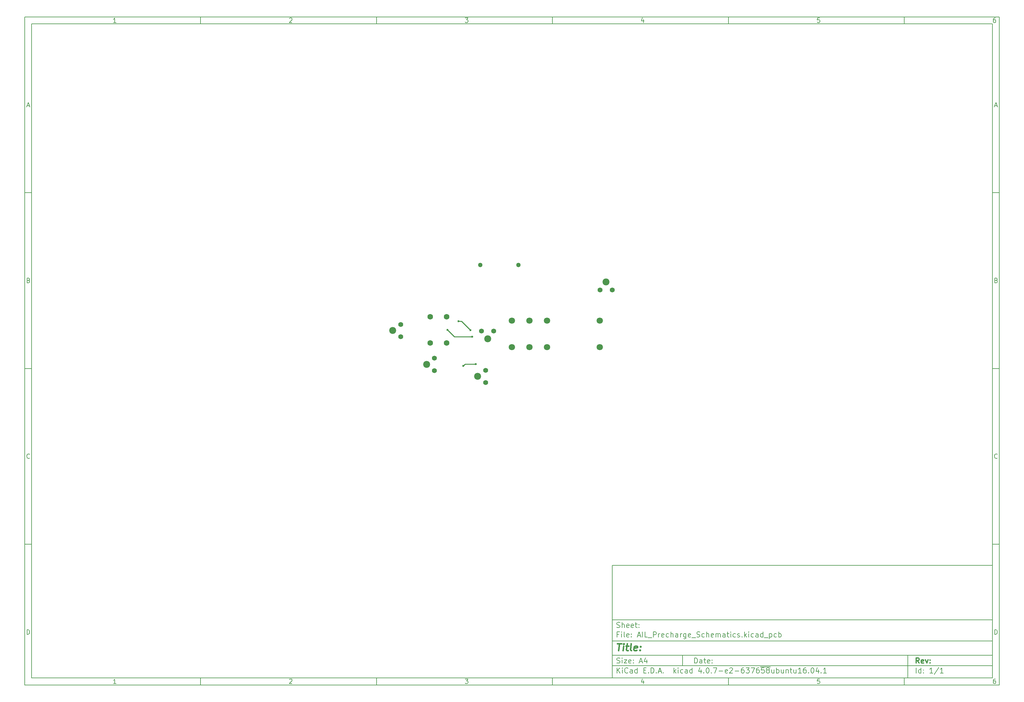
<source format=gbr>
G04 #@! TF.FileFunction,Copper,L2,Bot,Signal*
%FSLAX46Y46*%
G04 Gerber Fmt 4.6, Leading zero omitted, Abs format (unit mm)*
G04 Created by KiCad (PCBNEW 4.0.7-e2-6376~58~ubuntu16.04.1) date Thu Nov  9 22:46:50 2017*
%MOMM*%
%LPD*%
G01*
G04 APERTURE LIST*
%ADD10C,0.100000*%
%ADD11C,0.150000*%
%ADD12C,0.300000*%
%ADD13C,0.400000*%
%ADD14C,1.397000*%
%ADD15C,1.981000*%
%ADD16C,1.600000*%
%ADD17C,1.800000*%
%ADD18C,1.300000*%
%ADD19C,0.600000*%
%ADD20C,0.254000*%
G04 APERTURE END LIST*
D10*
D11*
X177002200Y-166007200D02*
X177002200Y-198007200D01*
X285002200Y-198007200D01*
X285002200Y-166007200D01*
X177002200Y-166007200D01*
D10*
D11*
X10000000Y-10000000D02*
X10000000Y-200007200D01*
X287002200Y-200007200D01*
X287002200Y-10000000D01*
X10000000Y-10000000D01*
D10*
D11*
X12000000Y-12000000D02*
X12000000Y-198007200D01*
X285002200Y-198007200D01*
X285002200Y-12000000D01*
X12000000Y-12000000D01*
D10*
D11*
X60000000Y-12000000D02*
X60000000Y-10000000D01*
D10*
D11*
X110000000Y-12000000D02*
X110000000Y-10000000D01*
D10*
D11*
X160000000Y-12000000D02*
X160000000Y-10000000D01*
D10*
D11*
X210000000Y-12000000D02*
X210000000Y-10000000D01*
D10*
D11*
X260000000Y-12000000D02*
X260000000Y-10000000D01*
D10*
D11*
X35990476Y-11588095D02*
X35247619Y-11588095D01*
X35619048Y-11588095D02*
X35619048Y-10288095D01*
X35495238Y-10473810D01*
X35371429Y-10597619D01*
X35247619Y-10659524D01*
D10*
D11*
X85247619Y-10411905D02*
X85309524Y-10350000D01*
X85433333Y-10288095D01*
X85742857Y-10288095D01*
X85866667Y-10350000D01*
X85928571Y-10411905D01*
X85990476Y-10535714D01*
X85990476Y-10659524D01*
X85928571Y-10845238D01*
X85185714Y-11588095D01*
X85990476Y-11588095D01*
D10*
D11*
X135185714Y-10288095D02*
X135990476Y-10288095D01*
X135557143Y-10783333D01*
X135742857Y-10783333D01*
X135866667Y-10845238D01*
X135928571Y-10907143D01*
X135990476Y-11030952D01*
X135990476Y-11340476D01*
X135928571Y-11464286D01*
X135866667Y-11526190D01*
X135742857Y-11588095D01*
X135371429Y-11588095D01*
X135247619Y-11526190D01*
X135185714Y-11464286D01*
D10*
D11*
X185866667Y-10721429D02*
X185866667Y-11588095D01*
X185557143Y-10226190D02*
X185247619Y-11154762D01*
X186052381Y-11154762D01*
D10*
D11*
X235928571Y-10288095D02*
X235309524Y-10288095D01*
X235247619Y-10907143D01*
X235309524Y-10845238D01*
X235433333Y-10783333D01*
X235742857Y-10783333D01*
X235866667Y-10845238D01*
X235928571Y-10907143D01*
X235990476Y-11030952D01*
X235990476Y-11340476D01*
X235928571Y-11464286D01*
X235866667Y-11526190D01*
X235742857Y-11588095D01*
X235433333Y-11588095D01*
X235309524Y-11526190D01*
X235247619Y-11464286D01*
D10*
D11*
X285866667Y-10288095D02*
X285619048Y-10288095D01*
X285495238Y-10350000D01*
X285433333Y-10411905D01*
X285309524Y-10597619D01*
X285247619Y-10845238D01*
X285247619Y-11340476D01*
X285309524Y-11464286D01*
X285371429Y-11526190D01*
X285495238Y-11588095D01*
X285742857Y-11588095D01*
X285866667Y-11526190D01*
X285928571Y-11464286D01*
X285990476Y-11340476D01*
X285990476Y-11030952D01*
X285928571Y-10907143D01*
X285866667Y-10845238D01*
X285742857Y-10783333D01*
X285495238Y-10783333D01*
X285371429Y-10845238D01*
X285309524Y-10907143D01*
X285247619Y-11030952D01*
D10*
D11*
X60000000Y-198007200D02*
X60000000Y-200007200D01*
D10*
D11*
X110000000Y-198007200D02*
X110000000Y-200007200D01*
D10*
D11*
X160000000Y-198007200D02*
X160000000Y-200007200D01*
D10*
D11*
X210000000Y-198007200D02*
X210000000Y-200007200D01*
D10*
D11*
X260000000Y-198007200D02*
X260000000Y-200007200D01*
D10*
D11*
X35990476Y-199595295D02*
X35247619Y-199595295D01*
X35619048Y-199595295D02*
X35619048Y-198295295D01*
X35495238Y-198481010D01*
X35371429Y-198604819D01*
X35247619Y-198666724D01*
D10*
D11*
X85247619Y-198419105D02*
X85309524Y-198357200D01*
X85433333Y-198295295D01*
X85742857Y-198295295D01*
X85866667Y-198357200D01*
X85928571Y-198419105D01*
X85990476Y-198542914D01*
X85990476Y-198666724D01*
X85928571Y-198852438D01*
X85185714Y-199595295D01*
X85990476Y-199595295D01*
D10*
D11*
X135185714Y-198295295D02*
X135990476Y-198295295D01*
X135557143Y-198790533D01*
X135742857Y-198790533D01*
X135866667Y-198852438D01*
X135928571Y-198914343D01*
X135990476Y-199038152D01*
X135990476Y-199347676D01*
X135928571Y-199471486D01*
X135866667Y-199533390D01*
X135742857Y-199595295D01*
X135371429Y-199595295D01*
X135247619Y-199533390D01*
X135185714Y-199471486D01*
D10*
D11*
X185866667Y-198728629D02*
X185866667Y-199595295D01*
X185557143Y-198233390D02*
X185247619Y-199161962D01*
X186052381Y-199161962D01*
D10*
D11*
X235928571Y-198295295D02*
X235309524Y-198295295D01*
X235247619Y-198914343D01*
X235309524Y-198852438D01*
X235433333Y-198790533D01*
X235742857Y-198790533D01*
X235866667Y-198852438D01*
X235928571Y-198914343D01*
X235990476Y-199038152D01*
X235990476Y-199347676D01*
X235928571Y-199471486D01*
X235866667Y-199533390D01*
X235742857Y-199595295D01*
X235433333Y-199595295D01*
X235309524Y-199533390D01*
X235247619Y-199471486D01*
D10*
D11*
X285866667Y-198295295D02*
X285619048Y-198295295D01*
X285495238Y-198357200D01*
X285433333Y-198419105D01*
X285309524Y-198604819D01*
X285247619Y-198852438D01*
X285247619Y-199347676D01*
X285309524Y-199471486D01*
X285371429Y-199533390D01*
X285495238Y-199595295D01*
X285742857Y-199595295D01*
X285866667Y-199533390D01*
X285928571Y-199471486D01*
X285990476Y-199347676D01*
X285990476Y-199038152D01*
X285928571Y-198914343D01*
X285866667Y-198852438D01*
X285742857Y-198790533D01*
X285495238Y-198790533D01*
X285371429Y-198852438D01*
X285309524Y-198914343D01*
X285247619Y-199038152D01*
D10*
D11*
X10000000Y-60000000D02*
X12000000Y-60000000D01*
D10*
D11*
X10000000Y-110000000D02*
X12000000Y-110000000D01*
D10*
D11*
X10000000Y-160000000D02*
X12000000Y-160000000D01*
D10*
D11*
X10690476Y-35216667D02*
X11309524Y-35216667D01*
X10566667Y-35588095D02*
X11000000Y-34288095D01*
X11433333Y-35588095D01*
D10*
D11*
X11092857Y-84907143D02*
X11278571Y-84969048D01*
X11340476Y-85030952D01*
X11402381Y-85154762D01*
X11402381Y-85340476D01*
X11340476Y-85464286D01*
X11278571Y-85526190D01*
X11154762Y-85588095D01*
X10659524Y-85588095D01*
X10659524Y-84288095D01*
X11092857Y-84288095D01*
X11216667Y-84350000D01*
X11278571Y-84411905D01*
X11340476Y-84535714D01*
X11340476Y-84659524D01*
X11278571Y-84783333D01*
X11216667Y-84845238D01*
X11092857Y-84907143D01*
X10659524Y-84907143D01*
D10*
D11*
X11402381Y-135464286D02*
X11340476Y-135526190D01*
X11154762Y-135588095D01*
X11030952Y-135588095D01*
X10845238Y-135526190D01*
X10721429Y-135402381D01*
X10659524Y-135278571D01*
X10597619Y-135030952D01*
X10597619Y-134845238D01*
X10659524Y-134597619D01*
X10721429Y-134473810D01*
X10845238Y-134350000D01*
X11030952Y-134288095D01*
X11154762Y-134288095D01*
X11340476Y-134350000D01*
X11402381Y-134411905D01*
D10*
D11*
X10659524Y-185588095D02*
X10659524Y-184288095D01*
X10969048Y-184288095D01*
X11154762Y-184350000D01*
X11278571Y-184473810D01*
X11340476Y-184597619D01*
X11402381Y-184845238D01*
X11402381Y-185030952D01*
X11340476Y-185278571D01*
X11278571Y-185402381D01*
X11154762Y-185526190D01*
X10969048Y-185588095D01*
X10659524Y-185588095D01*
D10*
D11*
X287002200Y-60000000D02*
X285002200Y-60000000D01*
D10*
D11*
X287002200Y-110000000D02*
X285002200Y-110000000D01*
D10*
D11*
X287002200Y-160000000D02*
X285002200Y-160000000D01*
D10*
D11*
X285692676Y-35216667D02*
X286311724Y-35216667D01*
X285568867Y-35588095D02*
X286002200Y-34288095D01*
X286435533Y-35588095D01*
D10*
D11*
X286095057Y-84907143D02*
X286280771Y-84969048D01*
X286342676Y-85030952D01*
X286404581Y-85154762D01*
X286404581Y-85340476D01*
X286342676Y-85464286D01*
X286280771Y-85526190D01*
X286156962Y-85588095D01*
X285661724Y-85588095D01*
X285661724Y-84288095D01*
X286095057Y-84288095D01*
X286218867Y-84350000D01*
X286280771Y-84411905D01*
X286342676Y-84535714D01*
X286342676Y-84659524D01*
X286280771Y-84783333D01*
X286218867Y-84845238D01*
X286095057Y-84907143D01*
X285661724Y-84907143D01*
D10*
D11*
X286404581Y-135464286D02*
X286342676Y-135526190D01*
X286156962Y-135588095D01*
X286033152Y-135588095D01*
X285847438Y-135526190D01*
X285723629Y-135402381D01*
X285661724Y-135278571D01*
X285599819Y-135030952D01*
X285599819Y-134845238D01*
X285661724Y-134597619D01*
X285723629Y-134473810D01*
X285847438Y-134350000D01*
X286033152Y-134288095D01*
X286156962Y-134288095D01*
X286342676Y-134350000D01*
X286404581Y-134411905D01*
D10*
D11*
X285661724Y-185588095D02*
X285661724Y-184288095D01*
X285971248Y-184288095D01*
X286156962Y-184350000D01*
X286280771Y-184473810D01*
X286342676Y-184597619D01*
X286404581Y-184845238D01*
X286404581Y-185030952D01*
X286342676Y-185278571D01*
X286280771Y-185402381D01*
X286156962Y-185526190D01*
X285971248Y-185588095D01*
X285661724Y-185588095D01*
D10*
D11*
X200359343Y-193785771D02*
X200359343Y-192285771D01*
X200716486Y-192285771D01*
X200930771Y-192357200D01*
X201073629Y-192500057D01*
X201145057Y-192642914D01*
X201216486Y-192928629D01*
X201216486Y-193142914D01*
X201145057Y-193428629D01*
X201073629Y-193571486D01*
X200930771Y-193714343D01*
X200716486Y-193785771D01*
X200359343Y-193785771D01*
X202502200Y-193785771D02*
X202502200Y-193000057D01*
X202430771Y-192857200D01*
X202287914Y-192785771D01*
X202002200Y-192785771D01*
X201859343Y-192857200D01*
X202502200Y-193714343D02*
X202359343Y-193785771D01*
X202002200Y-193785771D01*
X201859343Y-193714343D01*
X201787914Y-193571486D01*
X201787914Y-193428629D01*
X201859343Y-193285771D01*
X202002200Y-193214343D01*
X202359343Y-193214343D01*
X202502200Y-193142914D01*
X203002200Y-192785771D02*
X203573629Y-192785771D01*
X203216486Y-192285771D02*
X203216486Y-193571486D01*
X203287914Y-193714343D01*
X203430772Y-193785771D01*
X203573629Y-193785771D01*
X204645057Y-193714343D02*
X204502200Y-193785771D01*
X204216486Y-193785771D01*
X204073629Y-193714343D01*
X204002200Y-193571486D01*
X204002200Y-193000057D01*
X204073629Y-192857200D01*
X204216486Y-192785771D01*
X204502200Y-192785771D01*
X204645057Y-192857200D01*
X204716486Y-193000057D01*
X204716486Y-193142914D01*
X204002200Y-193285771D01*
X205359343Y-193642914D02*
X205430771Y-193714343D01*
X205359343Y-193785771D01*
X205287914Y-193714343D01*
X205359343Y-193642914D01*
X205359343Y-193785771D01*
X205359343Y-192857200D02*
X205430771Y-192928629D01*
X205359343Y-193000057D01*
X205287914Y-192928629D01*
X205359343Y-192857200D01*
X205359343Y-193000057D01*
D10*
D11*
X177002200Y-194507200D02*
X285002200Y-194507200D01*
D10*
D11*
X178359343Y-196585771D02*
X178359343Y-195085771D01*
X179216486Y-196585771D02*
X178573629Y-195728629D01*
X179216486Y-195085771D02*
X178359343Y-195942914D01*
X179859343Y-196585771D02*
X179859343Y-195585771D01*
X179859343Y-195085771D02*
X179787914Y-195157200D01*
X179859343Y-195228629D01*
X179930771Y-195157200D01*
X179859343Y-195085771D01*
X179859343Y-195228629D01*
X181430772Y-196442914D02*
X181359343Y-196514343D01*
X181145057Y-196585771D01*
X181002200Y-196585771D01*
X180787915Y-196514343D01*
X180645057Y-196371486D01*
X180573629Y-196228629D01*
X180502200Y-195942914D01*
X180502200Y-195728629D01*
X180573629Y-195442914D01*
X180645057Y-195300057D01*
X180787915Y-195157200D01*
X181002200Y-195085771D01*
X181145057Y-195085771D01*
X181359343Y-195157200D01*
X181430772Y-195228629D01*
X182716486Y-196585771D02*
X182716486Y-195800057D01*
X182645057Y-195657200D01*
X182502200Y-195585771D01*
X182216486Y-195585771D01*
X182073629Y-195657200D01*
X182716486Y-196514343D02*
X182573629Y-196585771D01*
X182216486Y-196585771D01*
X182073629Y-196514343D01*
X182002200Y-196371486D01*
X182002200Y-196228629D01*
X182073629Y-196085771D01*
X182216486Y-196014343D01*
X182573629Y-196014343D01*
X182716486Y-195942914D01*
X184073629Y-196585771D02*
X184073629Y-195085771D01*
X184073629Y-196514343D02*
X183930772Y-196585771D01*
X183645058Y-196585771D01*
X183502200Y-196514343D01*
X183430772Y-196442914D01*
X183359343Y-196300057D01*
X183359343Y-195871486D01*
X183430772Y-195728629D01*
X183502200Y-195657200D01*
X183645058Y-195585771D01*
X183930772Y-195585771D01*
X184073629Y-195657200D01*
X185930772Y-195800057D02*
X186430772Y-195800057D01*
X186645058Y-196585771D02*
X185930772Y-196585771D01*
X185930772Y-195085771D01*
X186645058Y-195085771D01*
X187287915Y-196442914D02*
X187359343Y-196514343D01*
X187287915Y-196585771D01*
X187216486Y-196514343D01*
X187287915Y-196442914D01*
X187287915Y-196585771D01*
X188002201Y-196585771D02*
X188002201Y-195085771D01*
X188359344Y-195085771D01*
X188573629Y-195157200D01*
X188716487Y-195300057D01*
X188787915Y-195442914D01*
X188859344Y-195728629D01*
X188859344Y-195942914D01*
X188787915Y-196228629D01*
X188716487Y-196371486D01*
X188573629Y-196514343D01*
X188359344Y-196585771D01*
X188002201Y-196585771D01*
X189502201Y-196442914D02*
X189573629Y-196514343D01*
X189502201Y-196585771D01*
X189430772Y-196514343D01*
X189502201Y-196442914D01*
X189502201Y-196585771D01*
X190145058Y-196157200D02*
X190859344Y-196157200D01*
X190002201Y-196585771D02*
X190502201Y-195085771D01*
X191002201Y-196585771D01*
X191502201Y-196442914D02*
X191573629Y-196514343D01*
X191502201Y-196585771D01*
X191430772Y-196514343D01*
X191502201Y-196442914D01*
X191502201Y-196585771D01*
X194502201Y-196585771D02*
X194502201Y-195085771D01*
X194645058Y-196014343D02*
X195073629Y-196585771D01*
X195073629Y-195585771D02*
X194502201Y-196157200D01*
X195716487Y-196585771D02*
X195716487Y-195585771D01*
X195716487Y-195085771D02*
X195645058Y-195157200D01*
X195716487Y-195228629D01*
X195787915Y-195157200D01*
X195716487Y-195085771D01*
X195716487Y-195228629D01*
X197073630Y-196514343D02*
X196930773Y-196585771D01*
X196645059Y-196585771D01*
X196502201Y-196514343D01*
X196430773Y-196442914D01*
X196359344Y-196300057D01*
X196359344Y-195871486D01*
X196430773Y-195728629D01*
X196502201Y-195657200D01*
X196645059Y-195585771D01*
X196930773Y-195585771D01*
X197073630Y-195657200D01*
X198359344Y-196585771D02*
X198359344Y-195800057D01*
X198287915Y-195657200D01*
X198145058Y-195585771D01*
X197859344Y-195585771D01*
X197716487Y-195657200D01*
X198359344Y-196514343D02*
X198216487Y-196585771D01*
X197859344Y-196585771D01*
X197716487Y-196514343D01*
X197645058Y-196371486D01*
X197645058Y-196228629D01*
X197716487Y-196085771D01*
X197859344Y-196014343D01*
X198216487Y-196014343D01*
X198359344Y-195942914D01*
X199716487Y-196585771D02*
X199716487Y-195085771D01*
X199716487Y-196514343D02*
X199573630Y-196585771D01*
X199287916Y-196585771D01*
X199145058Y-196514343D01*
X199073630Y-196442914D01*
X199002201Y-196300057D01*
X199002201Y-195871486D01*
X199073630Y-195728629D01*
X199145058Y-195657200D01*
X199287916Y-195585771D01*
X199573630Y-195585771D01*
X199716487Y-195657200D01*
X202216487Y-195585771D02*
X202216487Y-196585771D01*
X201859344Y-195014343D02*
X201502201Y-196085771D01*
X202430773Y-196085771D01*
X203002201Y-196442914D02*
X203073629Y-196514343D01*
X203002201Y-196585771D01*
X202930772Y-196514343D01*
X203002201Y-196442914D01*
X203002201Y-196585771D01*
X204002201Y-195085771D02*
X204145058Y-195085771D01*
X204287915Y-195157200D01*
X204359344Y-195228629D01*
X204430773Y-195371486D01*
X204502201Y-195657200D01*
X204502201Y-196014343D01*
X204430773Y-196300057D01*
X204359344Y-196442914D01*
X204287915Y-196514343D01*
X204145058Y-196585771D01*
X204002201Y-196585771D01*
X203859344Y-196514343D01*
X203787915Y-196442914D01*
X203716487Y-196300057D01*
X203645058Y-196014343D01*
X203645058Y-195657200D01*
X203716487Y-195371486D01*
X203787915Y-195228629D01*
X203859344Y-195157200D01*
X204002201Y-195085771D01*
X205145058Y-196442914D02*
X205216486Y-196514343D01*
X205145058Y-196585771D01*
X205073629Y-196514343D01*
X205145058Y-196442914D01*
X205145058Y-196585771D01*
X205716487Y-195085771D02*
X206716487Y-195085771D01*
X206073630Y-196585771D01*
X207287915Y-196014343D02*
X208430772Y-196014343D01*
X209716486Y-196514343D02*
X209573629Y-196585771D01*
X209287915Y-196585771D01*
X209145058Y-196514343D01*
X209073629Y-196371486D01*
X209073629Y-195800057D01*
X209145058Y-195657200D01*
X209287915Y-195585771D01*
X209573629Y-195585771D01*
X209716486Y-195657200D01*
X209787915Y-195800057D01*
X209787915Y-195942914D01*
X209073629Y-196085771D01*
X210359343Y-195228629D02*
X210430772Y-195157200D01*
X210573629Y-195085771D01*
X210930772Y-195085771D01*
X211073629Y-195157200D01*
X211145058Y-195228629D01*
X211216486Y-195371486D01*
X211216486Y-195514343D01*
X211145058Y-195728629D01*
X210287915Y-196585771D01*
X211216486Y-196585771D01*
X211859343Y-196014343D02*
X213002200Y-196014343D01*
X214359343Y-195085771D02*
X214073629Y-195085771D01*
X213930772Y-195157200D01*
X213859343Y-195228629D01*
X213716486Y-195442914D01*
X213645057Y-195728629D01*
X213645057Y-196300057D01*
X213716486Y-196442914D01*
X213787914Y-196514343D01*
X213930772Y-196585771D01*
X214216486Y-196585771D01*
X214359343Y-196514343D01*
X214430772Y-196442914D01*
X214502200Y-196300057D01*
X214502200Y-195942914D01*
X214430772Y-195800057D01*
X214359343Y-195728629D01*
X214216486Y-195657200D01*
X213930772Y-195657200D01*
X213787914Y-195728629D01*
X213716486Y-195800057D01*
X213645057Y-195942914D01*
X215002200Y-195085771D02*
X215930771Y-195085771D01*
X215430771Y-195657200D01*
X215645057Y-195657200D01*
X215787914Y-195728629D01*
X215859343Y-195800057D01*
X215930771Y-195942914D01*
X215930771Y-196300057D01*
X215859343Y-196442914D01*
X215787914Y-196514343D01*
X215645057Y-196585771D01*
X215216485Y-196585771D01*
X215073628Y-196514343D01*
X215002200Y-196442914D01*
X216430771Y-195085771D02*
X217430771Y-195085771D01*
X216787914Y-196585771D01*
X218645056Y-195085771D02*
X218359342Y-195085771D01*
X218216485Y-195157200D01*
X218145056Y-195228629D01*
X218002199Y-195442914D01*
X217930770Y-195728629D01*
X217930770Y-196300057D01*
X218002199Y-196442914D01*
X218073627Y-196514343D01*
X218216485Y-196585771D01*
X218502199Y-196585771D01*
X218645056Y-196514343D01*
X218716485Y-196442914D01*
X218787913Y-196300057D01*
X218787913Y-195942914D01*
X218716485Y-195800057D01*
X218645056Y-195728629D01*
X218502199Y-195657200D01*
X218216485Y-195657200D01*
X218073627Y-195728629D01*
X218002199Y-195800057D01*
X217930770Y-195942914D01*
X220145056Y-195085771D02*
X219430770Y-195085771D01*
X219359341Y-195800057D01*
X219430770Y-195728629D01*
X219573627Y-195657200D01*
X219930770Y-195657200D01*
X220073627Y-195728629D01*
X220145056Y-195800057D01*
X220216484Y-195942914D01*
X220216484Y-196300057D01*
X220145056Y-196442914D01*
X220073627Y-196514343D01*
X219930770Y-196585771D01*
X219573627Y-196585771D01*
X219430770Y-196514343D01*
X219359341Y-196442914D01*
X221073627Y-195728629D02*
X220930769Y-195657200D01*
X220859341Y-195585771D01*
X220787912Y-195442914D01*
X220787912Y-195371486D01*
X220859341Y-195228629D01*
X220930769Y-195157200D01*
X221073627Y-195085771D01*
X221359341Y-195085771D01*
X221502198Y-195157200D01*
X221573627Y-195228629D01*
X221645055Y-195371486D01*
X221645055Y-195442914D01*
X221573627Y-195585771D01*
X221502198Y-195657200D01*
X221359341Y-195728629D01*
X221073627Y-195728629D01*
X220930769Y-195800057D01*
X220859341Y-195871486D01*
X220787912Y-196014343D01*
X220787912Y-196300057D01*
X220859341Y-196442914D01*
X220930769Y-196514343D01*
X221073627Y-196585771D01*
X221359341Y-196585771D01*
X221502198Y-196514343D01*
X221573627Y-196442914D01*
X221645055Y-196300057D01*
X221645055Y-196014343D01*
X221573627Y-195871486D01*
X221502198Y-195800057D01*
X221359341Y-195728629D01*
X219073627Y-194827200D02*
X221930769Y-194827200D01*
X222930769Y-195585771D02*
X222930769Y-196585771D01*
X222287912Y-195585771D02*
X222287912Y-196371486D01*
X222359340Y-196514343D01*
X222502198Y-196585771D01*
X222716483Y-196585771D01*
X222859340Y-196514343D01*
X222930769Y-196442914D01*
X223645055Y-196585771D02*
X223645055Y-195085771D01*
X223645055Y-195657200D02*
X223787912Y-195585771D01*
X224073626Y-195585771D01*
X224216483Y-195657200D01*
X224287912Y-195728629D01*
X224359341Y-195871486D01*
X224359341Y-196300057D01*
X224287912Y-196442914D01*
X224216483Y-196514343D01*
X224073626Y-196585771D01*
X223787912Y-196585771D01*
X223645055Y-196514343D01*
X225645055Y-195585771D02*
X225645055Y-196585771D01*
X225002198Y-195585771D02*
X225002198Y-196371486D01*
X225073626Y-196514343D01*
X225216484Y-196585771D01*
X225430769Y-196585771D01*
X225573626Y-196514343D01*
X225645055Y-196442914D01*
X226359341Y-195585771D02*
X226359341Y-196585771D01*
X226359341Y-195728629D02*
X226430769Y-195657200D01*
X226573627Y-195585771D01*
X226787912Y-195585771D01*
X226930769Y-195657200D01*
X227002198Y-195800057D01*
X227002198Y-196585771D01*
X227502198Y-195585771D02*
X228073627Y-195585771D01*
X227716484Y-195085771D02*
X227716484Y-196371486D01*
X227787912Y-196514343D01*
X227930770Y-196585771D01*
X228073627Y-196585771D01*
X229216484Y-195585771D02*
X229216484Y-196585771D01*
X228573627Y-195585771D02*
X228573627Y-196371486D01*
X228645055Y-196514343D01*
X228787913Y-196585771D01*
X229002198Y-196585771D01*
X229145055Y-196514343D01*
X229216484Y-196442914D01*
X230716484Y-196585771D02*
X229859341Y-196585771D01*
X230287913Y-196585771D02*
X230287913Y-195085771D01*
X230145056Y-195300057D01*
X230002198Y-195442914D01*
X229859341Y-195514343D01*
X232002198Y-195085771D02*
X231716484Y-195085771D01*
X231573627Y-195157200D01*
X231502198Y-195228629D01*
X231359341Y-195442914D01*
X231287912Y-195728629D01*
X231287912Y-196300057D01*
X231359341Y-196442914D01*
X231430769Y-196514343D01*
X231573627Y-196585771D01*
X231859341Y-196585771D01*
X232002198Y-196514343D01*
X232073627Y-196442914D01*
X232145055Y-196300057D01*
X232145055Y-195942914D01*
X232073627Y-195800057D01*
X232002198Y-195728629D01*
X231859341Y-195657200D01*
X231573627Y-195657200D01*
X231430769Y-195728629D01*
X231359341Y-195800057D01*
X231287912Y-195942914D01*
X232787912Y-196442914D02*
X232859340Y-196514343D01*
X232787912Y-196585771D01*
X232716483Y-196514343D01*
X232787912Y-196442914D01*
X232787912Y-196585771D01*
X233787912Y-195085771D02*
X233930769Y-195085771D01*
X234073626Y-195157200D01*
X234145055Y-195228629D01*
X234216484Y-195371486D01*
X234287912Y-195657200D01*
X234287912Y-196014343D01*
X234216484Y-196300057D01*
X234145055Y-196442914D01*
X234073626Y-196514343D01*
X233930769Y-196585771D01*
X233787912Y-196585771D01*
X233645055Y-196514343D01*
X233573626Y-196442914D01*
X233502198Y-196300057D01*
X233430769Y-196014343D01*
X233430769Y-195657200D01*
X233502198Y-195371486D01*
X233573626Y-195228629D01*
X233645055Y-195157200D01*
X233787912Y-195085771D01*
X235573626Y-195585771D02*
X235573626Y-196585771D01*
X235216483Y-195014343D02*
X234859340Y-196085771D01*
X235787912Y-196085771D01*
X236359340Y-196442914D02*
X236430768Y-196514343D01*
X236359340Y-196585771D01*
X236287911Y-196514343D01*
X236359340Y-196442914D01*
X236359340Y-196585771D01*
X237859340Y-196585771D02*
X237002197Y-196585771D01*
X237430769Y-196585771D02*
X237430769Y-195085771D01*
X237287912Y-195300057D01*
X237145054Y-195442914D01*
X237002197Y-195514343D01*
D10*
D11*
X177002200Y-191507200D02*
X285002200Y-191507200D01*
D10*
D12*
X264216486Y-193785771D02*
X263716486Y-193071486D01*
X263359343Y-193785771D02*
X263359343Y-192285771D01*
X263930771Y-192285771D01*
X264073629Y-192357200D01*
X264145057Y-192428629D01*
X264216486Y-192571486D01*
X264216486Y-192785771D01*
X264145057Y-192928629D01*
X264073629Y-193000057D01*
X263930771Y-193071486D01*
X263359343Y-193071486D01*
X265430771Y-193714343D02*
X265287914Y-193785771D01*
X265002200Y-193785771D01*
X264859343Y-193714343D01*
X264787914Y-193571486D01*
X264787914Y-193000057D01*
X264859343Y-192857200D01*
X265002200Y-192785771D01*
X265287914Y-192785771D01*
X265430771Y-192857200D01*
X265502200Y-193000057D01*
X265502200Y-193142914D01*
X264787914Y-193285771D01*
X266002200Y-192785771D02*
X266359343Y-193785771D01*
X266716485Y-192785771D01*
X267287914Y-193642914D02*
X267359342Y-193714343D01*
X267287914Y-193785771D01*
X267216485Y-193714343D01*
X267287914Y-193642914D01*
X267287914Y-193785771D01*
X267287914Y-192857200D02*
X267359342Y-192928629D01*
X267287914Y-193000057D01*
X267216485Y-192928629D01*
X267287914Y-192857200D01*
X267287914Y-193000057D01*
D10*
D11*
X178287914Y-193714343D02*
X178502200Y-193785771D01*
X178859343Y-193785771D01*
X179002200Y-193714343D01*
X179073629Y-193642914D01*
X179145057Y-193500057D01*
X179145057Y-193357200D01*
X179073629Y-193214343D01*
X179002200Y-193142914D01*
X178859343Y-193071486D01*
X178573629Y-193000057D01*
X178430771Y-192928629D01*
X178359343Y-192857200D01*
X178287914Y-192714343D01*
X178287914Y-192571486D01*
X178359343Y-192428629D01*
X178430771Y-192357200D01*
X178573629Y-192285771D01*
X178930771Y-192285771D01*
X179145057Y-192357200D01*
X179787914Y-193785771D02*
X179787914Y-192785771D01*
X179787914Y-192285771D02*
X179716485Y-192357200D01*
X179787914Y-192428629D01*
X179859342Y-192357200D01*
X179787914Y-192285771D01*
X179787914Y-192428629D01*
X180359343Y-192785771D02*
X181145057Y-192785771D01*
X180359343Y-193785771D01*
X181145057Y-193785771D01*
X182287914Y-193714343D02*
X182145057Y-193785771D01*
X181859343Y-193785771D01*
X181716486Y-193714343D01*
X181645057Y-193571486D01*
X181645057Y-193000057D01*
X181716486Y-192857200D01*
X181859343Y-192785771D01*
X182145057Y-192785771D01*
X182287914Y-192857200D01*
X182359343Y-193000057D01*
X182359343Y-193142914D01*
X181645057Y-193285771D01*
X183002200Y-193642914D02*
X183073628Y-193714343D01*
X183002200Y-193785771D01*
X182930771Y-193714343D01*
X183002200Y-193642914D01*
X183002200Y-193785771D01*
X183002200Y-192857200D02*
X183073628Y-192928629D01*
X183002200Y-193000057D01*
X182930771Y-192928629D01*
X183002200Y-192857200D01*
X183002200Y-193000057D01*
X184787914Y-193357200D02*
X185502200Y-193357200D01*
X184645057Y-193785771D02*
X185145057Y-192285771D01*
X185645057Y-193785771D01*
X186787914Y-192785771D02*
X186787914Y-193785771D01*
X186430771Y-192214343D02*
X186073628Y-193285771D01*
X187002200Y-193285771D01*
D10*
D11*
X263359343Y-196585771D02*
X263359343Y-195085771D01*
X264716486Y-196585771D02*
X264716486Y-195085771D01*
X264716486Y-196514343D02*
X264573629Y-196585771D01*
X264287915Y-196585771D01*
X264145057Y-196514343D01*
X264073629Y-196442914D01*
X264002200Y-196300057D01*
X264002200Y-195871486D01*
X264073629Y-195728629D01*
X264145057Y-195657200D01*
X264287915Y-195585771D01*
X264573629Y-195585771D01*
X264716486Y-195657200D01*
X265430772Y-196442914D02*
X265502200Y-196514343D01*
X265430772Y-196585771D01*
X265359343Y-196514343D01*
X265430772Y-196442914D01*
X265430772Y-196585771D01*
X265430772Y-195657200D02*
X265502200Y-195728629D01*
X265430772Y-195800057D01*
X265359343Y-195728629D01*
X265430772Y-195657200D01*
X265430772Y-195800057D01*
X268073629Y-196585771D02*
X267216486Y-196585771D01*
X267645058Y-196585771D02*
X267645058Y-195085771D01*
X267502201Y-195300057D01*
X267359343Y-195442914D01*
X267216486Y-195514343D01*
X269787914Y-195014343D02*
X268502200Y-196942914D01*
X271073629Y-196585771D02*
X270216486Y-196585771D01*
X270645058Y-196585771D02*
X270645058Y-195085771D01*
X270502201Y-195300057D01*
X270359343Y-195442914D01*
X270216486Y-195514343D01*
D10*
D11*
X177002200Y-187507200D02*
X285002200Y-187507200D01*
D10*
D13*
X178454581Y-188211962D02*
X179597438Y-188211962D01*
X178776010Y-190211962D02*
X179026010Y-188211962D01*
X180014105Y-190211962D02*
X180180771Y-188878629D01*
X180264105Y-188211962D02*
X180156962Y-188307200D01*
X180240295Y-188402438D01*
X180347439Y-188307200D01*
X180264105Y-188211962D01*
X180240295Y-188402438D01*
X180847438Y-188878629D02*
X181609343Y-188878629D01*
X181216486Y-188211962D02*
X181002200Y-189926248D01*
X181073630Y-190116724D01*
X181252201Y-190211962D01*
X181442677Y-190211962D01*
X182395058Y-190211962D02*
X182216487Y-190116724D01*
X182145057Y-189926248D01*
X182359343Y-188211962D01*
X183930772Y-190116724D02*
X183728391Y-190211962D01*
X183347439Y-190211962D01*
X183168867Y-190116724D01*
X183097438Y-189926248D01*
X183192676Y-189164343D01*
X183311724Y-188973867D01*
X183514105Y-188878629D01*
X183895057Y-188878629D01*
X184073629Y-188973867D01*
X184145057Y-189164343D01*
X184121248Y-189354819D01*
X183145057Y-189545295D01*
X184895057Y-190021486D02*
X184978392Y-190116724D01*
X184871248Y-190211962D01*
X184787915Y-190116724D01*
X184895057Y-190021486D01*
X184871248Y-190211962D01*
X185026010Y-188973867D02*
X185109344Y-189069105D01*
X185002200Y-189164343D01*
X184918867Y-189069105D01*
X185026010Y-188973867D01*
X185002200Y-189164343D01*
D10*
D11*
X178859343Y-185600057D02*
X178359343Y-185600057D01*
X178359343Y-186385771D02*
X178359343Y-184885771D01*
X179073629Y-184885771D01*
X179645057Y-186385771D02*
X179645057Y-185385771D01*
X179645057Y-184885771D02*
X179573628Y-184957200D01*
X179645057Y-185028629D01*
X179716485Y-184957200D01*
X179645057Y-184885771D01*
X179645057Y-185028629D01*
X180573629Y-186385771D02*
X180430771Y-186314343D01*
X180359343Y-186171486D01*
X180359343Y-184885771D01*
X181716485Y-186314343D02*
X181573628Y-186385771D01*
X181287914Y-186385771D01*
X181145057Y-186314343D01*
X181073628Y-186171486D01*
X181073628Y-185600057D01*
X181145057Y-185457200D01*
X181287914Y-185385771D01*
X181573628Y-185385771D01*
X181716485Y-185457200D01*
X181787914Y-185600057D01*
X181787914Y-185742914D01*
X181073628Y-185885771D01*
X182430771Y-186242914D02*
X182502199Y-186314343D01*
X182430771Y-186385771D01*
X182359342Y-186314343D01*
X182430771Y-186242914D01*
X182430771Y-186385771D01*
X182430771Y-185457200D02*
X182502199Y-185528629D01*
X182430771Y-185600057D01*
X182359342Y-185528629D01*
X182430771Y-185457200D01*
X182430771Y-185600057D01*
X184216485Y-185957200D02*
X184930771Y-185957200D01*
X184073628Y-186385771D02*
X184573628Y-184885771D01*
X185073628Y-186385771D01*
X185573628Y-186385771D02*
X185573628Y-184885771D01*
X187002200Y-186385771D02*
X186287914Y-186385771D01*
X186287914Y-184885771D01*
X187145057Y-186528629D02*
X188287914Y-186528629D01*
X188645057Y-186385771D02*
X188645057Y-184885771D01*
X189216485Y-184885771D01*
X189359343Y-184957200D01*
X189430771Y-185028629D01*
X189502200Y-185171486D01*
X189502200Y-185385771D01*
X189430771Y-185528629D01*
X189359343Y-185600057D01*
X189216485Y-185671486D01*
X188645057Y-185671486D01*
X190145057Y-186385771D02*
X190145057Y-185385771D01*
X190145057Y-185671486D02*
X190216485Y-185528629D01*
X190287914Y-185457200D01*
X190430771Y-185385771D01*
X190573628Y-185385771D01*
X191645056Y-186314343D02*
X191502199Y-186385771D01*
X191216485Y-186385771D01*
X191073628Y-186314343D01*
X191002199Y-186171486D01*
X191002199Y-185600057D01*
X191073628Y-185457200D01*
X191216485Y-185385771D01*
X191502199Y-185385771D01*
X191645056Y-185457200D01*
X191716485Y-185600057D01*
X191716485Y-185742914D01*
X191002199Y-185885771D01*
X193002199Y-186314343D02*
X192859342Y-186385771D01*
X192573628Y-186385771D01*
X192430770Y-186314343D01*
X192359342Y-186242914D01*
X192287913Y-186100057D01*
X192287913Y-185671486D01*
X192359342Y-185528629D01*
X192430770Y-185457200D01*
X192573628Y-185385771D01*
X192859342Y-185385771D01*
X193002199Y-185457200D01*
X193645056Y-186385771D02*
X193645056Y-184885771D01*
X194287913Y-186385771D02*
X194287913Y-185600057D01*
X194216484Y-185457200D01*
X194073627Y-185385771D01*
X193859342Y-185385771D01*
X193716484Y-185457200D01*
X193645056Y-185528629D01*
X195645056Y-186385771D02*
X195645056Y-185600057D01*
X195573627Y-185457200D01*
X195430770Y-185385771D01*
X195145056Y-185385771D01*
X195002199Y-185457200D01*
X195645056Y-186314343D02*
X195502199Y-186385771D01*
X195145056Y-186385771D01*
X195002199Y-186314343D01*
X194930770Y-186171486D01*
X194930770Y-186028629D01*
X195002199Y-185885771D01*
X195145056Y-185814343D01*
X195502199Y-185814343D01*
X195645056Y-185742914D01*
X196359342Y-186385771D02*
X196359342Y-185385771D01*
X196359342Y-185671486D02*
X196430770Y-185528629D01*
X196502199Y-185457200D01*
X196645056Y-185385771D01*
X196787913Y-185385771D01*
X197930770Y-185385771D02*
X197930770Y-186600057D01*
X197859341Y-186742914D01*
X197787913Y-186814343D01*
X197645056Y-186885771D01*
X197430770Y-186885771D01*
X197287913Y-186814343D01*
X197930770Y-186314343D02*
X197787913Y-186385771D01*
X197502199Y-186385771D01*
X197359341Y-186314343D01*
X197287913Y-186242914D01*
X197216484Y-186100057D01*
X197216484Y-185671486D01*
X197287913Y-185528629D01*
X197359341Y-185457200D01*
X197502199Y-185385771D01*
X197787913Y-185385771D01*
X197930770Y-185457200D01*
X199216484Y-186314343D02*
X199073627Y-186385771D01*
X198787913Y-186385771D01*
X198645056Y-186314343D01*
X198573627Y-186171486D01*
X198573627Y-185600057D01*
X198645056Y-185457200D01*
X198787913Y-185385771D01*
X199073627Y-185385771D01*
X199216484Y-185457200D01*
X199287913Y-185600057D01*
X199287913Y-185742914D01*
X198573627Y-185885771D01*
X199573627Y-186528629D02*
X200716484Y-186528629D01*
X201002198Y-186314343D02*
X201216484Y-186385771D01*
X201573627Y-186385771D01*
X201716484Y-186314343D01*
X201787913Y-186242914D01*
X201859341Y-186100057D01*
X201859341Y-185957200D01*
X201787913Y-185814343D01*
X201716484Y-185742914D01*
X201573627Y-185671486D01*
X201287913Y-185600057D01*
X201145055Y-185528629D01*
X201073627Y-185457200D01*
X201002198Y-185314343D01*
X201002198Y-185171486D01*
X201073627Y-185028629D01*
X201145055Y-184957200D01*
X201287913Y-184885771D01*
X201645055Y-184885771D01*
X201859341Y-184957200D01*
X203145055Y-186314343D02*
X203002198Y-186385771D01*
X202716484Y-186385771D01*
X202573626Y-186314343D01*
X202502198Y-186242914D01*
X202430769Y-186100057D01*
X202430769Y-185671486D01*
X202502198Y-185528629D01*
X202573626Y-185457200D01*
X202716484Y-185385771D01*
X203002198Y-185385771D01*
X203145055Y-185457200D01*
X203787912Y-186385771D02*
X203787912Y-184885771D01*
X204430769Y-186385771D02*
X204430769Y-185600057D01*
X204359340Y-185457200D01*
X204216483Y-185385771D01*
X204002198Y-185385771D01*
X203859340Y-185457200D01*
X203787912Y-185528629D01*
X205716483Y-186314343D02*
X205573626Y-186385771D01*
X205287912Y-186385771D01*
X205145055Y-186314343D01*
X205073626Y-186171486D01*
X205073626Y-185600057D01*
X205145055Y-185457200D01*
X205287912Y-185385771D01*
X205573626Y-185385771D01*
X205716483Y-185457200D01*
X205787912Y-185600057D01*
X205787912Y-185742914D01*
X205073626Y-185885771D01*
X206430769Y-186385771D02*
X206430769Y-185385771D01*
X206430769Y-185528629D02*
X206502197Y-185457200D01*
X206645055Y-185385771D01*
X206859340Y-185385771D01*
X207002197Y-185457200D01*
X207073626Y-185600057D01*
X207073626Y-186385771D01*
X207073626Y-185600057D02*
X207145055Y-185457200D01*
X207287912Y-185385771D01*
X207502197Y-185385771D01*
X207645055Y-185457200D01*
X207716483Y-185600057D01*
X207716483Y-186385771D01*
X209073626Y-186385771D02*
X209073626Y-185600057D01*
X209002197Y-185457200D01*
X208859340Y-185385771D01*
X208573626Y-185385771D01*
X208430769Y-185457200D01*
X209073626Y-186314343D02*
X208930769Y-186385771D01*
X208573626Y-186385771D01*
X208430769Y-186314343D01*
X208359340Y-186171486D01*
X208359340Y-186028629D01*
X208430769Y-185885771D01*
X208573626Y-185814343D01*
X208930769Y-185814343D01*
X209073626Y-185742914D01*
X209573626Y-185385771D02*
X210145055Y-185385771D01*
X209787912Y-184885771D02*
X209787912Y-186171486D01*
X209859340Y-186314343D01*
X210002198Y-186385771D01*
X210145055Y-186385771D01*
X210645055Y-186385771D02*
X210645055Y-185385771D01*
X210645055Y-184885771D02*
X210573626Y-184957200D01*
X210645055Y-185028629D01*
X210716483Y-184957200D01*
X210645055Y-184885771D01*
X210645055Y-185028629D01*
X212002198Y-186314343D02*
X211859341Y-186385771D01*
X211573627Y-186385771D01*
X211430769Y-186314343D01*
X211359341Y-186242914D01*
X211287912Y-186100057D01*
X211287912Y-185671486D01*
X211359341Y-185528629D01*
X211430769Y-185457200D01*
X211573627Y-185385771D01*
X211859341Y-185385771D01*
X212002198Y-185457200D01*
X212573626Y-186314343D02*
X212716483Y-186385771D01*
X213002198Y-186385771D01*
X213145055Y-186314343D01*
X213216483Y-186171486D01*
X213216483Y-186100057D01*
X213145055Y-185957200D01*
X213002198Y-185885771D01*
X212787912Y-185885771D01*
X212645055Y-185814343D01*
X212573626Y-185671486D01*
X212573626Y-185600057D01*
X212645055Y-185457200D01*
X212787912Y-185385771D01*
X213002198Y-185385771D01*
X213145055Y-185457200D01*
X213859341Y-186242914D02*
X213930769Y-186314343D01*
X213859341Y-186385771D01*
X213787912Y-186314343D01*
X213859341Y-186242914D01*
X213859341Y-186385771D01*
X214573627Y-186385771D02*
X214573627Y-184885771D01*
X214716484Y-185814343D02*
X215145055Y-186385771D01*
X215145055Y-185385771D02*
X214573627Y-185957200D01*
X215787913Y-186385771D02*
X215787913Y-185385771D01*
X215787913Y-184885771D02*
X215716484Y-184957200D01*
X215787913Y-185028629D01*
X215859341Y-184957200D01*
X215787913Y-184885771D01*
X215787913Y-185028629D01*
X217145056Y-186314343D02*
X217002199Y-186385771D01*
X216716485Y-186385771D01*
X216573627Y-186314343D01*
X216502199Y-186242914D01*
X216430770Y-186100057D01*
X216430770Y-185671486D01*
X216502199Y-185528629D01*
X216573627Y-185457200D01*
X216716485Y-185385771D01*
X217002199Y-185385771D01*
X217145056Y-185457200D01*
X218430770Y-186385771D02*
X218430770Y-185600057D01*
X218359341Y-185457200D01*
X218216484Y-185385771D01*
X217930770Y-185385771D01*
X217787913Y-185457200D01*
X218430770Y-186314343D02*
X218287913Y-186385771D01*
X217930770Y-186385771D01*
X217787913Y-186314343D01*
X217716484Y-186171486D01*
X217716484Y-186028629D01*
X217787913Y-185885771D01*
X217930770Y-185814343D01*
X218287913Y-185814343D01*
X218430770Y-185742914D01*
X219787913Y-186385771D02*
X219787913Y-184885771D01*
X219787913Y-186314343D02*
X219645056Y-186385771D01*
X219359342Y-186385771D01*
X219216484Y-186314343D01*
X219145056Y-186242914D01*
X219073627Y-186100057D01*
X219073627Y-185671486D01*
X219145056Y-185528629D01*
X219216484Y-185457200D01*
X219359342Y-185385771D01*
X219645056Y-185385771D01*
X219787913Y-185457200D01*
X220145056Y-186528629D02*
X221287913Y-186528629D01*
X221645056Y-185385771D02*
X221645056Y-186885771D01*
X221645056Y-185457200D02*
X221787913Y-185385771D01*
X222073627Y-185385771D01*
X222216484Y-185457200D01*
X222287913Y-185528629D01*
X222359342Y-185671486D01*
X222359342Y-186100057D01*
X222287913Y-186242914D01*
X222216484Y-186314343D01*
X222073627Y-186385771D01*
X221787913Y-186385771D01*
X221645056Y-186314343D01*
X223645056Y-186314343D02*
X223502199Y-186385771D01*
X223216485Y-186385771D01*
X223073627Y-186314343D01*
X223002199Y-186242914D01*
X222930770Y-186100057D01*
X222930770Y-185671486D01*
X223002199Y-185528629D01*
X223073627Y-185457200D01*
X223216485Y-185385771D01*
X223502199Y-185385771D01*
X223645056Y-185457200D01*
X224287913Y-186385771D02*
X224287913Y-184885771D01*
X224287913Y-185457200D02*
X224430770Y-185385771D01*
X224716484Y-185385771D01*
X224859341Y-185457200D01*
X224930770Y-185528629D01*
X225002199Y-185671486D01*
X225002199Y-186100057D01*
X224930770Y-186242914D01*
X224859341Y-186314343D01*
X224716484Y-186385771D01*
X224430770Y-186385771D01*
X224287913Y-186314343D01*
D10*
D11*
X177002200Y-181507200D02*
X285002200Y-181507200D01*
D10*
D11*
X178287914Y-183614343D02*
X178502200Y-183685771D01*
X178859343Y-183685771D01*
X179002200Y-183614343D01*
X179073629Y-183542914D01*
X179145057Y-183400057D01*
X179145057Y-183257200D01*
X179073629Y-183114343D01*
X179002200Y-183042914D01*
X178859343Y-182971486D01*
X178573629Y-182900057D01*
X178430771Y-182828629D01*
X178359343Y-182757200D01*
X178287914Y-182614343D01*
X178287914Y-182471486D01*
X178359343Y-182328629D01*
X178430771Y-182257200D01*
X178573629Y-182185771D01*
X178930771Y-182185771D01*
X179145057Y-182257200D01*
X179787914Y-183685771D02*
X179787914Y-182185771D01*
X180430771Y-183685771D02*
X180430771Y-182900057D01*
X180359342Y-182757200D01*
X180216485Y-182685771D01*
X180002200Y-182685771D01*
X179859342Y-182757200D01*
X179787914Y-182828629D01*
X181716485Y-183614343D02*
X181573628Y-183685771D01*
X181287914Y-183685771D01*
X181145057Y-183614343D01*
X181073628Y-183471486D01*
X181073628Y-182900057D01*
X181145057Y-182757200D01*
X181287914Y-182685771D01*
X181573628Y-182685771D01*
X181716485Y-182757200D01*
X181787914Y-182900057D01*
X181787914Y-183042914D01*
X181073628Y-183185771D01*
X183002199Y-183614343D02*
X182859342Y-183685771D01*
X182573628Y-183685771D01*
X182430771Y-183614343D01*
X182359342Y-183471486D01*
X182359342Y-182900057D01*
X182430771Y-182757200D01*
X182573628Y-182685771D01*
X182859342Y-182685771D01*
X183002199Y-182757200D01*
X183073628Y-182900057D01*
X183073628Y-183042914D01*
X182359342Y-183185771D01*
X183502199Y-182685771D02*
X184073628Y-182685771D01*
X183716485Y-182185771D02*
X183716485Y-183471486D01*
X183787913Y-183614343D01*
X183930771Y-183685771D01*
X184073628Y-183685771D01*
X184573628Y-183542914D02*
X184645056Y-183614343D01*
X184573628Y-183685771D01*
X184502199Y-183614343D01*
X184573628Y-183542914D01*
X184573628Y-183685771D01*
X184573628Y-182757200D02*
X184645056Y-182828629D01*
X184573628Y-182900057D01*
X184502199Y-182828629D01*
X184573628Y-182757200D01*
X184573628Y-182900057D01*
D10*
D11*
X197002200Y-191507200D02*
X197002200Y-194507200D01*
D10*
D11*
X261002200Y-191507200D02*
X261002200Y-198007200D01*
D14*
X140970000Y-113990000D03*
X140970000Y-110490000D03*
D15*
X138740000Y-112240000D03*
D16*
X125222000Y-95250000D03*
X125212000Y-102750000D03*
D14*
X126428500Y-110561000D03*
X126428500Y-107061000D03*
D15*
X124198500Y-108811000D03*
D17*
X153416000Y-103893000D03*
X153416000Y-96393000D03*
X158416000Y-96393000D03*
X173416000Y-96393000D03*
X173416000Y-103893000D03*
X158416000Y-103893000D03*
X148416000Y-96393000D03*
X148416000Y-103893000D03*
D16*
X129921000Y-95250000D03*
X129911000Y-102750000D03*
D14*
X116840000Y-100965000D03*
X116840000Y-97465000D03*
D15*
X114610000Y-99215000D03*
D14*
X173482000Y-87630000D03*
X176982000Y-87630000D03*
D15*
X175232000Y-85400000D03*
D14*
X143327000Y-99314000D03*
X139827000Y-99314000D03*
D15*
X141577000Y-101544000D03*
D18*
X139446000Y-80518000D03*
X150346000Y-80518000D03*
D19*
X137160000Y-100965000D03*
X130175000Y-98988600D03*
X138176000Y-108712000D03*
X134620000Y-109220000D03*
X136652000Y-99060000D03*
X133321598Y-96520000D03*
D20*
X130175000Y-98988600D02*
X132151400Y-100965000D01*
X132151400Y-100965000D02*
X137160000Y-100965000D01*
X134620000Y-109220000D02*
X135128000Y-108712000D01*
X135128000Y-108712000D02*
X138176000Y-108712000D01*
X134112000Y-96520000D02*
X136652000Y-99060000D01*
X133321598Y-96520000D02*
X134112000Y-96520000D01*
M02*

</source>
